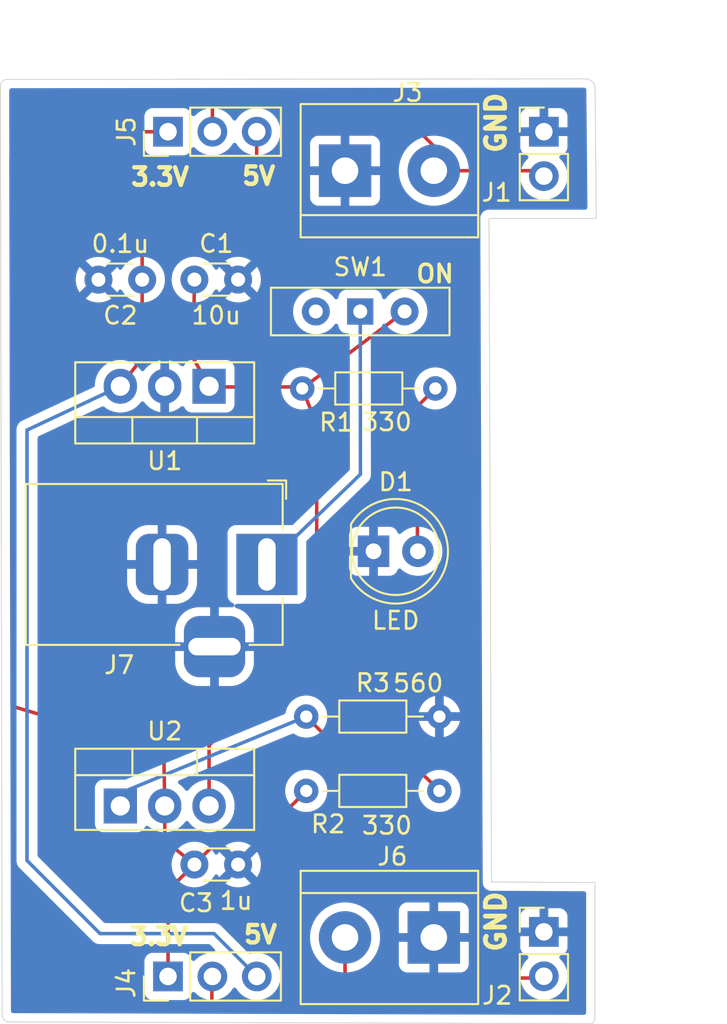
<source format=kicad_pcb>
(kicad_pcb (version 20241229) (generator "pcbnew") (generator_version "9.0")
  (layers (0 "F.Cu" signal) (2 "B.Cu" signal) (13 "F.Paste" user) (15 "B.Paste" user) (5 "F.SilkS" user "F.Silkscreen") (7 "B.SilkS" user "B.Silkscreen") (1 "F.Mask" user) (3 "B.Mask" user) (25 "Edge.Cuts" user))
  (net 0 "")
  (net 1 "/12V")
  (net 2 "GND")
  (net 3 "/5V")
  (net 4 "/3.3V")
  (net 5 "Net-(D1-A)")
  (net 6 "/Power_OUT0")
  (net 7 "/Power_IN")
  (net 8 "Net-(U2-ADJ)")
  (net 10 "/Power_OUT1")
  (footprint "Connector_PinHeader_2.54mm:PinHeader_1x03_P2.54mm_Vertical" (layer "F.Cu") (at 62.49 71 90)
    (property "Reference" "J5" (at 0 -2.38 90) (layer "F.SilkS"))
    (property "Value" "Conn_01x03_Socket")
    (fp_line (start -1.38 -1.38) (end 0 -1.38) (stroke (width 0.12)) (layer "F.SilkS"))
    (fp_line (start -1.38 0) (end -1.38 -1.38) (stroke (width 0.12)) (layer "F.SilkS"))
    (fp_line (start 1.38 1.27) (end 1.38 6.46) (stroke (width 0.12)) (layer "F.SilkS"))
    (fp_line (start -1.38 1.27) (end 1.38 1.27) (stroke (width 0.12)) (layer "F.SilkS"))
    (fp_line (start -1.38 1.27) (end -1.38 6.46) (stroke (width 0.12)) (layer "F.SilkS"))
    (fp_line (start -1.38 6.46) (end 1.38 6.46) (stroke (width 0.12)) (layer "F.SilkS"))
    (pad "1" thru_hole rect (at 0 0 90) (size 1.7 1.7) (drill 1) (layers "*.Cu" "*.Mask") (net 4 "/3.3V"))
    (pad "2" thru_hole circle (at 0 2.54 90) (size 1.7 1.7) (drill 1) (layers "*.Cu" "*.Mask") (net 6 "/Power_OUT0"))
    (pad "3" thru_hole circle (at 0 5.08 90) (size 1.7 1.7) (drill 1) (layers "*.Cu" "*.Mask") (net 3 "/5V"))
  )
  (footprint "Capacitor_THT:C_Disc_D3.0mm_W1.6mm_P2.50mm" (layer "F.Cu") (at 64 112.9)
    (property "Reference" "C3" (at 0.09 2.2 0) (layer "F.SilkS"))
    (property "Value" "1u" (at 2.39 2.07 0) (layer "F.SilkS"))
    (fp_line (start 0.485 -0.92) (end 2.015 -0.92) (stroke (width 0.12)) (layer "F.SilkS"))
    (fp_line (start 0.485 0.92) (end 2.015 0.92) (stroke (width 0.12)) (layer "F.SilkS"))
    (pad "1" thru_hole circle (at 0 0) (size 1.6 1.6) (drill 0.8) (layers "*.Cu" "*.Mask") (net 4 "/3.3V"))
    (pad "2" thru_hole circle (at 2.5 0) (size 1.6 1.6) (drill 0.8) (layers "*.Cu" "*.Mask") (net 2 "GND"))
  )
  (footprint "Package_TO_SOT_THT:TO-220-3_Vertical" (layer "F.Cu") (at 64.84 85.555 180)
    (property "Reference" "U1" (at 2.54 -4.27 0) (layer "F.SilkS"))
    (property "Value" "LM7805_TO220")
    (fp_line (start 7.66 -3.27) (end 7.66 1.371) (stroke (width 0.12)) (layer "F.SilkS"))
    (fp_line (start 4.391 -3.27) (end 4.391 -1.76) (stroke (width 0.12)) (layer "F.SilkS"))
    (fp_line (start 0.69 -3.27) (end 0.69 -1.76) (stroke (width 0.12)) (layer "F.SilkS"))
    (fp_line (start -2.58 1.371) (end 7.66 1.371) (stroke (width 0.12)) (layer "F.SilkS"))
    (fp_line (start -2.58 -1.76) (end 7.66 -1.76) (stroke (width 0.12)) (layer "F.SilkS"))
    (fp_line (start -2.58 -3.27) (end 7.66 -3.27) (stroke (width 0.12)) (layer "F.SilkS"))
    (fp_line (start -2.58 -3.27) (end -2.58 1.371) (stroke (width 0.12)) (layer "F.SilkS"))
    (pad "1" thru_hole rect (at 0 0 180) (size 1.905 2) (drill 1.1) (layers "*.Cu" "*.Mask") (net 1 "/12V"))
    (pad "2" thru_hole oval (at 2.54 0 180) (size 1.905 2) (drill 1.1) (layers "*.Cu" "*.Mask") (net 2 "GND"))
    (pad "3" thru_hole oval (at 5.08 0 180) (size 1.905 2) (drill 1.1) (layers "*.Cu" "*.Mask") (net 3 "/5V"))
  )
  (footprint "TerminalBlock:TerminalBlock_bornier-2_P5.08mm" (layer "F.Cu") (at 72.62 73.23)
    (property "Reference" "J3" (at 3.58 -4.46 0) (layer "F.SilkS"))
    (property "Value" "Screw_Terminal_01x02")
    (fp_line (start -2.54 -3.81) (end -2.54 3.81) (stroke (width 0.12)) (layer "F.SilkS"))
    (fp_line (start -2.54 3.81) (end 7.62 3.81) (stroke (width 0.12)) (layer "F.SilkS"))
    (fp_line (start 7.62 -3.81) (end -2.54 -3.81) (stroke (width 0.12)) (layer "F.SilkS"))
    (fp_line (start 7.62 2.54) (end -2.54 2.54) (stroke (width 0.12)) (layer "F.SilkS"))
    (fp_line (start 7.62 3.81) (end 7.62 -3.81) (stroke (width 0.12)) (layer "F.SilkS"))
    (pad "1" thru_hole rect (at 0 0) (size 3 3) (drill 1.52) (layers "*.Cu" "*.Mask") (net 2 "GND"))
    (pad "2" thru_hole circle (at 5.08 0) (size 3 3) (drill 1.52) (layers "*.Cu" "*.Mask") (net 6 "/Power_OUT0"))
  )
  (footprint "Connector_PinHeader_2.54mm:PinHeader_1x03_P2.54mm_Vertical" (layer "F.Cu") (at 62.49 119.3 90)
    (property "Reference" "J4" (at -0.38 -2.39 90) (layer "F.SilkS"))
    (property "Value" "Conn_01x03_Socket")
    (fp_line (start -1.38 -1.38) (end 0 -1.38) (stroke (width 0.12)) (layer "F.SilkS"))
    (fp_line (start -1.38 0) (end -1.38 -1.38) (stroke (width 0.12)) (layer "F.SilkS"))
    (fp_line (start 1.38 1.27) (end 1.38 6.46) (stroke (width 0.12)) (layer "F.SilkS"))
    (fp_line (start -1.38 1.27) (end 1.38 1.27) (stroke (width 0.12)) (layer "F.SilkS"))
    (fp_line (start -1.38 1.27) (end -1.38 6.46) (stroke (width 0.12)) (layer "F.SilkS"))
    (fp_line (start -1.38 6.46) (end 1.38 6.46) (stroke (width 0.12)) (layer "F.SilkS"))
    (pad "1" thru_hole rect (at 0 0 90) (size 1.7 1.7) (drill 1) (layers "*.Cu" "*.Mask") (net 4 "/3.3V"))
    (pad "2" thru_hole circle (at 0 2.54 90) (size 1.7 1.7) (drill 1) (layers "*.Cu" "*.Mask") (net 10 "/Power_OUT1"))
    (pad "3" thru_hole circle (at 0 5.08 90) (size 1.7 1.7) (drill 1) (layers "*.Cu" "*.Mask") (net 3 "/5V"))
  )
  (footprint "Capacitor_THT:C_Disc_D3.0mm_W1.6mm_P2.50mm" (layer "F.Cu") (at 61.01 79.46 180)
    (property "Reference" "C2" (at 1.25 -2.05 0) (layer "F.SilkS"))
    (property "Value" "0.1u" (at 1.25 2.05 0) (layer "F.SilkS"))
    (fp_line (start 0.485 0.92) (end 2.015 0.92) (stroke (width 0.12)) (layer "F.SilkS"))
    (fp_line (start 0.485 -0.92) (end 2.015 -0.92) (stroke (width 0.12)) (layer "F.SilkS"))
    (pad "1" thru_hole circle (at 0 0 180) (size 1.6 1.6) (drill 0.8) (layers "*.Cu" "*.Mask") (net 3 "/5V"))
    (pad "2" thru_hole circle (at 2.5 0 180) (size 1.6 1.6) (drill 0.8) (layers "*.Cu" "*.Mask") (net 2 "GND"))
  )
  (footprint "Button_Switch_THT:SW_Slide-03_Wuerth-WS-SLTV_10x2.5x6.4_P2.54mm" (layer "F.Cu") (at 73.49 81.28)
    (property "Reference" "SW1" (at 0 -2.54 0) (layer "F.SilkS"))
    (property "Value" "SW_Wuerth_450301014042")
    (fp_rect (start -5.11 -1.36) (end 5.11 1.36) (stroke (width 0.12)) (fill no) (layer "F.SilkS"))
    (pad "1" thru_hole rect (at 0 0) (size 1.5 1.5) (drill 0.8) (layers "*.Cu" "*.Mask") (net 7 "/Power_IN"))
    (pad "2" thru_hole circle (at -2.54 0) (size 1.6 1.6) (drill 0.8) (layers "*.Cu" "*.Mask"))
    (pad "3" thru_hole circle (at 2.54 0) (size 1.6 1.6) (drill 0.8) (layers "*.Cu" "*.Mask") (net 1 "/12V"))
  )
  (footprint "Connector_PinHeader_2.54mm:PinHeader_1x02_P2.54mm_Vertical" (layer "F.Cu") (at 84 116.75)
    (property "Reference" "J2" (at -2.67 3.64 0) (layer "F.SilkS"))
    (property "Value" "Conn_01x02_Pin")
    (fp_line (start -1.38 -1.38) (end 0 -1.38) (stroke (width 0.12)) (layer "F.SilkS"))
    (fp_line (start -1.38 0) (end -1.38 -1.38) (stroke (width 0.12)) (layer "F.SilkS"))
    (fp_line (start -1.38 1.27) (end -1.38 3.92) (stroke (width 0.12)) (layer "F.SilkS"))
    (fp_line (start -1.38 1.27) (end 1.38 1.27) (stroke (width 0.12)) (layer "F.SilkS"))
    (fp_line (start -1.38 3.92) (end 1.38 3.92) (stroke (width 0.12)) (layer "F.SilkS"))
    (fp_line (start 1.38 1.27) (end 1.38 3.92) (stroke (width 0.12)) (layer "F.SilkS"))
    (pad "1" thru_hole rect (at 0 0) (size 1.7 1.7) (drill 1) (layers "*.Cu" "*.Mask") (net 2 "GND"))
    (pad "2" thru_hole circle (at 0 2.54) (size 1.7 1.7) (drill 1) (layers "*.Cu" "*.Mask") (net 10 "/Power_OUT1"))
  )
  (footprint "Resistor_THT:R_Axial_DIN0204_L3.6mm_D1.6mm_P7.62mm_Horizontal" (layer "F.Cu") (at 70.17 85.68)
    (property "Reference" "R1" (at 1.95 1.94 0) (layer "F.SilkS"))
    (property "Value" "330" (at 4.84 1.92 0) (layer "F.SilkS"))
    (fp_line (start 0.94 0) (end 1.89 0) (stroke (width 0.12)) (layer "F.SilkS"))
    (fp_line (start 1.89 -0.92) (end 1.89 0.92) (stroke (width 0.12)) (layer "F.SilkS"))
    (fp_line (start 1.89 0.92) (end 5.73 0.92) (stroke (width 0.12)) (layer "F.SilkS"))
    (fp_line (start 5.73 -0.92) (end 1.89 -0.92) (stroke (width 0.12)) (layer "F.SilkS"))
    (fp_line (start 5.73 0.92) (end 5.73 -0.92) (stroke (width 0.12)) (layer "F.SilkS"))
    (fp_line (start 6.68 0) (end 5.73 0) (stroke (width 0.12)) (layer "F.SilkS"))
    (pad "1" thru_hole circle (at 0 0) (size 1.4 1.4) (drill 0.7) (layers "*.Cu" "*.Mask") (net 1 "/12V"))
    (pad "2" thru_hole oval (at 7.62 0) (size 1.4 1.4) (drill 0.7) (layers "*.Cu" "*.Mask") (net 5 "Net-(D1-A)"))
  )
  (footprint "Connector_PinHeader_2.54mm:PinHeader_1x02_P2.54mm_Vertical" (layer "F.Cu") (at 84 71)
    (property "Reference" "J1" (at -2.7 3.48 0) (layer "F.SilkS"))
    (property "Value" "Conn_01x02_Pin")
    (fp_line (start -1.38 -1.38) (end 0 -1.38) (stroke (width 0.12)) (layer "F.SilkS"))
    (fp_line (start -1.38 0) (end -1.38 -1.38) (stroke (width 0.12)) (layer "F.SilkS"))
    (fp_line (start -1.38 1.27) (end -1.38 3.92) (stroke (width 0.12)) (layer "F.SilkS"))
    (fp_line (start -1.38 1.27) (end 1.38 1.27) (stroke (width 0.12)) (layer "F.SilkS"))
    (fp_line (start -1.38 3.92) (end 1.38 3.92) (stroke (width 0.12)) (layer "F.SilkS"))
    (fp_line (start 1.38 1.27) (end 1.38 3.92) (stroke (width 0.12)) (layer "F.SilkS"))
    (pad "1" thru_hole rect (at 0 0) (size 1.7 1.7) (drill 1) (layers "*.Cu" "*.Mask") (net 2 "GND"))
    (pad "2" thru_hole circle (at 0 2.54) (size 1.7 1.7) (drill 1) (layers "*.Cu" "*.Mask") (net 6 "/Power_OUT0"))
  )
  (footprint "Resistor_THT:R_Axial_DIN0204_L3.6mm_D1.6mm_P7.62mm_Horizontal" (layer "F.Cu") (at 70.4 108.69)
    (property "Reference" "R2" (at 1.25 1.9 0) (layer "F.SilkS"))
    (property "Value" "330" (at 4.62 1.98 0) (layer "F.SilkS"))
    (fp_line (start 0.94 0) (end 1.89 0) (stroke (width 0.12)) (layer "F.SilkS"))
    (fp_line (start 1.89 -0.92) (end 1.89 0.92) (stroke (width 0.12)) (layer "F.SilkS"))
    (fp_line (start 1.89 0.92) (end 5.73 0.92) (stroke (width 0.12)) (layer "F.SilkS"))
    (fp_line (start 5.73 -0.92) (end 1.89 -0.92) (stroke (width 0.12)) (layer "F.SilkS"))
    (fp_line (start 5.73 0.92) (end 5.73 -0.92) (stroke (width 0.12)) (layer "F.SilkS"))
    (fp_line (start 6.68 0) (end 5.73 0) (stroke (width 0.12)) (layer "F.SilkS"))
    (pad "1" thru_hole circle (at 0 0) (size 1.4 1.4) (drill 0.7) (layers "*.Cu" "*.Mask") (net 4 "/3.3V"))
    (pad "2" thru_hole oval (at 7.62 0) (size 1.4 1.4) (drill 0.7) (layers "*.Cu" "*.Mask") (net 8 "Net-(U2-ADJ)"))
  )
  (footprint "Resistor_THT:R_Axial_DIN0204_L3.6mm_D1.6mm_P7.62mm_Horizontal" (layer "F.Cu") (at 70.4 104.44)
    (property "Reference" "R3" (at 3.81 -1.92 0) (layer "F.SilkS"))
    (property "Value" "560" (at 6.41 -1.9 0) (layer "F.SilkS"))
    (fp_line (start 0.94 0) (end 1.89 0) (stroke (width 0.12)) (layer "F.SilkS"))
    (fp_line (start 1.89 -0.92) (end 1.89 0.92) (stroke (width 0.12)) (layer "F.SilkS"))
    (fp_line (start 1.89 0.92) (end 5.73 0.92) (stroke (width 0.12)) (layer "F.SilkS"))
    (fp_line (start 5.73 -0.92) (end 1.89 -0.92) (stroke (width 0.12)) (layer "F.SilkS"))
    (fp_line (start 5.73 0.92) (end 5.73 -0.92) (stroke (width 0.12)) (layer "F.SilkS"))
    (fp_line (start 6.68 0) (end 5.73 0) (stroke (width 0.12)) (layer "F.SilkS"))
    (pad "1" thru_hole circle (at 0 0) (size 1.4 1.4) (drill 0.7) (layers "*.Cu" "*.Mask") (net 8 "Net-(U2-ADJ)"))
    (pad "2" thru_hole oval (at 7.62 0) (size 1.4 1.4) (drill 0.7) (layers "*.Cu" "*.Mask") (net 2 "GND"))
  )
  (footprint "TerminalBlock:TerminalBlock_bornier-2_P5.08mm" (layer "F.Cu") (at 77.7 117.07 180)
    (property "Reference" "J6" (at 2.37 4.63 0) (layer "F.SilkS"))
    (property "Value" "Screw_Terminal_01x02")
    (fp_line (start 7.62 3.81) (end 7.62 -3.81) (stroke (width 0.12)) (layer "F.SilkS"))
    (fp_line (start 7.62 2.54) (end -2.54 2.54) (stroke (width 0.12)) (layer "F.SilkS"))
    (fp_line (start 7.62 -3.81) (end -2.54 -3.81) (stroke (width 0.12)) (layer "F.SilkS"))
    (fp_line (start -2.54 3.81) (end 7.62 3.81) (stroke (width 0.12)) (layer "F.SilkS"))
    (fp_line (start -2.54 -3.81) (end -2.54 3.81) (stroke (width 0.12)) (layer "F.SilkS"))
    (pad "1" thru_hole rect (at 0 0 180) (size 3 3) (drill 1.52) (layers "*.Cu" "*.Mask") (net 2 "GND"))
    (pad "2" thru_hole circle (at 5.08 0 180) (size 3 3) (drill 1.52) (layers "*.Cu" "*.Mask") (net 10 "/Power_OUT1"))
  )
  (footprint "Connector_BarrelJack:BarrelJack_Horizontal" (layer "F.Cu") (at 68.15 95.7425)
    (property "Reference" "J7" (at -8.45 5.75 0) (layer "F.SilkS"))
    (property "Value" "Barrel_Jack_Switch")
    (fp_line (start -13.8 -4.6) (end 0.9 -4.6) (stroke (width 0.12)) (layer "F.SilkS"))
    (fp_line (start -13.8 4.6) (end -13.8 -4.6) (stroke (width 0.12)) (layer "F.SilkS"))
    (fp_line (start -5 4.6) (end -13.8 4.6) (stroke (width 0.12)) (layer "F.SilkS"))
    (fp_line (start 0.05 -4.8) (end 1.1 -4.8) (stroke (width 0.12)) (layer "F.SilkS"))
    (fp_line (start 0.9 -4.6) (end 0.9 -2) (stroke (width 0.12)) (layer "F.SilkS"))
    (fp_line (start 0.9 1.9) (end 0.9 4.6) (stroke (width 0.12)) (layer "F.SilkS"))
    (fp_line (start 0.9 4.6) (end -1 4.6) (stroke (width 0.12)) (layer "F.SilkS"))
    (fp_line (start 1.1 -3.75) (end 1.1 -4.8) (stroke (width 0.12)) (layer "F.SilkS"))
    (pad "1" thru_hole rect (at 0 0) (size 3.5 3.5) (drill oval 1 3) (layers "*.Cu" "*.Mask") (net 7 "/Power_IN"))
    (pad "2" thru_hole roundrect (at -6 0) (size 3 3.5) (drill oval 1 3) (layers "*.Cu" "*.Mask") (net 2 "GND"))
    (pad "3" thru_hole roundrect (at -3 4.7) (size 3.5 3.5) (drill oval 3 1) (layers "*.Cu" "*.Mask") (net 2 "GND"))
  )
  (footprint "LED_THT:LED_D5.0mm" (layer "F.Cu") (at 74.25 94.99)
    (property "Reference" "D1" (at 1.27 -3.96 0) (layer "F.SilkS"))
    (property "Value" "LED" (at 1.27 3.96 0) (layer "F.SilkS"))
    (fp_line (start -1.29 -1.545) (end -1.29 1.545) (stroke (width 0.12)) (layer "F.SilkS"))
    (fp_arc (start -1.29 -1.54483) (mid 2.071756 -2.880501) (end 4.26 -0.000048) (stroke (width 0.12)) (layer "F.SilkS"))
    (fp_arc (start 4.26 0.000048) (mid 2.071756 2.880501) (end -1.29 1.54483) (stroke (width 0.12)) (layer "F.SilkS"))
    (fp_circle (center 1.27 0) (end 3.77 0) (stroke (width 0.12)) (fill no) (layer "F.SilkS"))
    (pad "1" thru_hole rect (at 0 0) (size 1.8 1.8) (drill 0.9) (layers "*.Cu" "*.Mask") (net 2 "GND"))
    (pad "2" thru_hole circle (at 2.54 0) (size 1.8 1.8) (drill 0.9) (layers "*.Cu" "*.Mask") (net 5 "Net-(D1-A)"))
  )
  (footprint "Package_TO_SOT_THT:TO-220-3_Vertical" (layer "F.Cu") (at 59.76 109.55)
    (property "Reference" "U2" (at 2.54 -4.27 0) (layer "F.SilkS"))
    (property "Value" "LM317_TO-220")
    (fp_line (start -2.58 -3.27) (end -2.58 1.371) (stroke (width 0.12)) (layer "F.SilkS"))
    (fp_line (start -2.58 -3.27) (end 7.66 -3.27) (stroke (width 0.12)) (layer "F.SilkS"))
    (fp_line (start -2.58 -1.76) (end 7.66 -1.76) (stroke (width 0.12)) (layer "F.SilkS"))
    (fp_line (start -2.58 1.371) (end 7.66 1.371) (stroke (width 0.12)) (layer "F.SilkS"))
    (fp_line (start 0.69 -3.27) (end 0.69 -1.76) (stroke (width 0.12)) (layer "F.SilkS"))
    (fp_line (start 4.391 -3.27) (end 4.391 -1.76) (stroke (width 0.12)) (layer "F.SilkS"))
    (fp_line (start 7.66 -3.27) (end 7.66 1.371) (stroke (width 0.12)) (layer "F.SilkS"))
    (pad "1" thru_hole rect (at 0 0) (size 1.905 2) (drill 1.1) (layers "*.Cu" "*.Mask") (net 8 "Net-(U2-ADJ)"))
    (pad "2" thru_hole oval (at 2.54 0) (size 1.905 2) (drill 1.1) (layers "*.Cu" "*.Mask") (net 4 "/3.3V"))
    (pad "3" thru_hole oval (at 5.08 0) (size 1.905 2) (drill 1.1) (layers "*.Cu" "*.Mask") (net 1 "/12V"))
  )
  (footprint "Capacitor_THT:C_Disc_D3.0mm_W1.6mm_P2.50mm" (layer "F.Cu") (at 64 79.455)
    (property "Reference" "C1" (at 1.25 -2.05 0) (layer "F.SilkS"))
    (property "Value" "10u" (at 1.25 2.05 0) (layer "F.SilkS"))
    (fp_line (start 0.485 -0.92) (end 2.015 -0.92) (stroke (width 0.12)) (layer "F.SilkS"))
    (fp_line (start 0.485 0.92) (end 2.015 0.92) (stroke (width 0.12)) (layer "F.SilkS"))
    (pad "1" thru_hole circle (at 0 0) (size 1.6 1.6) (drill 0.8) (layers "*.Cu" "*.Mask") (net 1 "/12V"))
    (pad "2" thru_hole circle (at 2.5 0) (size 1.6 1.6) (drill 0.8) (layers "*.Cu" "*.Mask") (net 2 "GND"))
  )
  (gr_line (start 52.9 68.43) (end 53 121.52) (stroke (width 0.05)) (layer "Edge.Cuts"))
  (gr_line (start 87 75.96) (end 86.930094 68.51) (stroke (width 0.05)) (layer "Edge.Cuts"))
  (gr_line (start 80.86 75.96) (end 87 75.96) (stroke (width 0.05)) (layer "Edge.Cuts"))
  (gr_line (start 86.41 67.980511) (end 53.207429 68.012535) (stroke (width 0.05)) (layer "Edge.Cuts"))
  (gr_arc (start 86.914891 121.729046) (mid 86.847765 121.8965) (end 86.7 122) (stroke (width 0.05)) (layer "Edge.Cuts"))
  (gr_line (start 53.304699 121.896751) (end 86.7 122) (stroke (width 0.05)) (layer "Edge.Cuts"))
  (gr_line (start 81 113.9) (end 80.86 75.96) (stroke (width 0.05)) (layer "Edge.Cuts"))
  (gr_line (start 86.92 113.93) (end 81 113.9) (stroke (width 0.05)) (layer "Edge.Cuts"))
  (gr_line (start 86.92 121.73) (end 86.92 113.93) (stroke (width 0.05)) (layer "Edge.Cuts"))
  (gr_arc (start 52.9 68.43) (mid 52.979468 68.16659) (end 53.207429 68.012533) (stroke (width 0.05)) (layer "Edge.Cuts"))
  (gr_arc (start 86.41 67.98) (mid 86.778352 68.138719) (end 86.930094 68.51) (stroke (width 0.05)) (layer "Edge.Cuts"))
  (gr_arc (start 53.304699 121.896752) (mid 53.09083 121.75813) (end 53 121.52) (stroke (width 0.05)) (layer "Edge.Cuts"))
  (gr_text "GND" (at 81.9 118.02 90) (layer "F.SilkS") (effects (font (size 1.1 1.1) (thickness 0.275) (bold yes)) (justify left bottom)))
  (gr_text "5V" (at 66.61 74.12 0) (layer "F.SilkS") (effects (font (size 1 1) (thickness 0.25) (bold yes)) (justify left bottom)))
  (gr_text "3.3V" (at 60.25 74.17 0) (layer "F.SilkS") (effects (font (size 1 1) (thickness 0.25) (bold yes)) (justify left bottom)))
  (gr_text "GND" (at 81.9 72.35 90) (layer "F.SilkS") (effects (font (size 1.1 1.1) (thickness 0.275) (bold yes)) (justify left bottom)))
  (gr_text "5V" (at 66.71 117.49 0) (layer "F.SilkS") (effects (font (size 1 1) (thickness 0.25) (bold yes)) (justify left bottom)))
  (gr_text "3.3V" (at 60.18 117.59 0) (layer "F.SilkS") (effects (font (size 1 1) (thickness 0.25) (bold yes)) (justify left bottom)))
  (gr_text "ON" (at 76.59 79.71 0) (layer "F.SilkS") (effects (font (size 1 1) (thickness 0.2) (bold yes)) (justify left bottom)))
  (segment (start 63.94 83.96) (end 64 79.455) (width 0.2) (layer "F.Cu") (net 1))
  (segment (start 64.84 106.09) (end 64.84 109.55) (width 0.2) (layer "F.Cu") (net 1))
  (segment (start 70.084634 85.594634) (end 70.17 85.68) (width 0.2) (layer "F.Cu") (net 1))
  (segment (start 64.84 85.555) (end 63.94 83.96) (width 0.2) (layer "F.Cu") (net 1))
  (segment (start 71 87.74) (end 71 99.93) (width 0.2) (layer "F.Cu") (net 1))
  (segment (start 64.879634 85.594634) (end 70.084634 85.594634) (width 0.2) (layer "F.Cu") (net 1))
  (segment (start 64.84 85.555) (end 64.879634 85.594634) (width 0.2) (layer "F.Cu") (net 1))
  (segment (start 70.17 85.68) (end 71 87.74) (width 0.2) (layer "F.Cu") (net 1))
  (segment (start 76.03 81.28) (end 70.17 85.68) (width 0.2) (layer "F.Cu") (net 1))
  (segment (start 71 99.93) (end 64.84 106.09) (width 0.2) (layer "F.Cu") (net 1))
  (segment (start 61.01 83.94) (end 61.01 79.46) (width 0.2) (layer "F.Cu") (net 3))
  (segment (start 67.56 73.18) (end 61.01 77.4) (width 0.2) (layer "F.Cu") (net 3))
  (segment (start 59.76 85.555) (end 61.01 83.94) (width 0.2) (layer "F.Cu") (net 3))
  (segment (start 67.57 71) (end 67.56 73.18) (width 0.2) (layer "F.Cu") (net 3))
  (segment (start 61.01 77.4) (end 61.01 79.46) (width 0.2) (layer "F.Cu") (net 3))
  (segment (start 54.42 88.06) (end 59.76 85.555) (width 0.2) (layer "B.Cu") (net 3))
  (segment (start 54.42 112.67) (end 54.42 88.06) (width 0.2) (layer "B.Cu") (net 3))
  (segment (start 58.6 116.85) (end 54.42 112.67) (width 0.2) (layer "B.Cu") (net 3))
  (segment (start 67.57 119.3) (end 65.12 116.85) (width 0.2) (layer "B.Cu") (net 3))
  (segment (start 65.12 116.85) (end 58.6 116.85) (width 0.2) (layer "B.Cu") (net 3))
  (segment (start 62.3 109.55) (end 62.31 111.52) (width 0.2) (layer "F.Cu") (net 4))
  (segment (start 62.49 71) (end 55.07 71.03) (width 0.2) (layer "F.Cu") (net 4))
  (segment (start 70.4 108.69) (end 67.78 111.31) (width 0.2) (layer "F.Cu") (net 4))
  (segment (start 62.31 111.52) (end 64 112.9) (width 0.2) (layer "F.Cu") (net 4))
  (segment (start 55.07 71.03) (end 53.507554 72.439967) (width 0.2) (layer "F.Cu") (net 4))
  (segment (start 67.78 111.31) (end 65.59 111.31) (width 0.2) (layer "F.Cu") (net 4))
  (segment (start 62.49 119.3) (end 62.5 114.37) (width 0.2) (layer "F.Cu") (net 4))
  (segment (start 62.3 109.55) (end 62.25 106.42) (width 0.2) (layer "F.Cu") (net 4))
  (segment (start 62.25 106.42) (end 53.566718 103.85) (width 0.2) (layer "F.Cu") (net 4))
  (segment (start 65.59 111.31) (end 64 112.9) (width 0.2) (layer "F.Cu") (net 4))
  (segment (start 62.5 114.37) (end 64 112.9) (width 0.2) (layer "F.Cu") (net 4))
  (segment (start 53.507554 72.439967) (end 53.566718 103.85) (width 0.2) (layer "F.Cu") (net 4))
  (segment (start 76.79 94.99) (end 76.761024 94.961024) (width 0.2) (layer "F.Cu") (net 5))
  (segment (start 76.761024 86.708976) (end 77.79 85.68) (width 0.2) (layer "F.Cu") (net 5))
  (segment (start 76.761024 94.961024) (end 76.761024 86.708976) (width 0.2) (layer "F.Cu") (net 5))
  (segment (start 65.03 69.661385) (end 65.971385 68.72) (width 0.2) (layer "F.Cu") (net 6))
  (segment (start 77.7 73.23) (end 83.69 73.23) (width 0.2) (layer "F.Cu") (net 6))
  (segment (start 83.69 73.23) (end 84 73.54) (width 0.2) (layer "F.Cu") (net 6))
  (segment (start 65.03 71) (end 65.03 69.661385) (width 0.2) (layer "F.Cu") (net 6))
  (segment (start 77.7 71.82) (end 77.7 73.23) (width 0.2) (layer "F.Cu") (net 6))
  (segment (start 65.971385 68.72) (end 74.6 68.72) (width 0.2) (layer "F.Cu") (net 6))
  (segment (start 74.6 68.72) (end 77.7 71.82) (width 0.2) (layer "F.Cu") (net 6))
  (segment (start 68.78 95.1125) (end 68.15 95.7425) (width 0.2) (layer "F.Cu") (net 7))
  (segment (start 68.15 95.7425) (end 73.5 90.59) (width 0.2) (layer "B.Cu") (net 7))
  (segment (start 73.5 90.59) (end 73.49 81.28) (width 0.2) (layer "B.Cu") (net 7))
  (segment (start 72.59 106.63) (end 75.96 106.63) (width 0.2) (layer "F.Cu") (net 8))
  (segment (start 70.4 104.44) (end 72.59 106.63) (width 0.2) (layer "F.Cu") (net 8))
  (segment (start 75.96 106.63) (end 78.02 108.69) (width 0.2) (layer "F.Cu") (net 8))
  (segment (start 59.75 108.82) (end 70.4 104.44) (width 0.2) (layer "B.Cu") (net 8))
  (segment (start 59.76 109.55) (end 59.75 108.82) (width 0.2) (layer "B.Cu") (net 8))
  (segment (start 72.62 119.85) (end 71.26 121.21) (width 0.2) (layer "F.Cu") (net 10))
  (segment (start 72.62 117.07) (end 72.62 119.85) (width 0.2) (layer "F.Cu") (net 10))
  (segment (start 72.62 119.09) (end 72.62 117.07) (width 0.2) (layer "F.Cu") (net 10))
  (segment (start 65 119.33) (end 65.03 119.3) (width 0.2) (layer "F.Cu") (net 10))
  (segment (start 71.26 121.21) (end 65 121.21) (width 0.2) (layer "F.Cu") (net 10))
  (segment (start 72.92 119.39) (end 72.62 119.09) (width 0.2) (layer "F.Cu") (net 10))
  (segment (start 84 119.29) (end 83.9 119.39) (width 0.2) (layer "F.Cu") (net 10))
  (segment (start 65 121.21) (end 65 119.33) (width 0.2) (layer "F.Cu") (net 10))
  (segment (start 83.9 119.39) (end 72.92 119.39) (width 0.2) (layer "F.Cu") (net 10))
  (zone (net 2) (net_name "GND") (layer "B.Cu") (connect_pads (clearance 0.5)) (min_thickness 0.25) (fill yes (thermal_gap 0.5) (thermal_bridge_width 0.5))
    (polygon (pts (xy 80.53 68.15) (xy 53.1 68.2) (xy 53.2 121.8) (xy 86.8 121.9) (xy 86.8 114) (xy 80.9 114) (xy 80.8 75.9) (xy 86.9 75.9) (xy 86.7 68.12)))
  )
)
</source>
